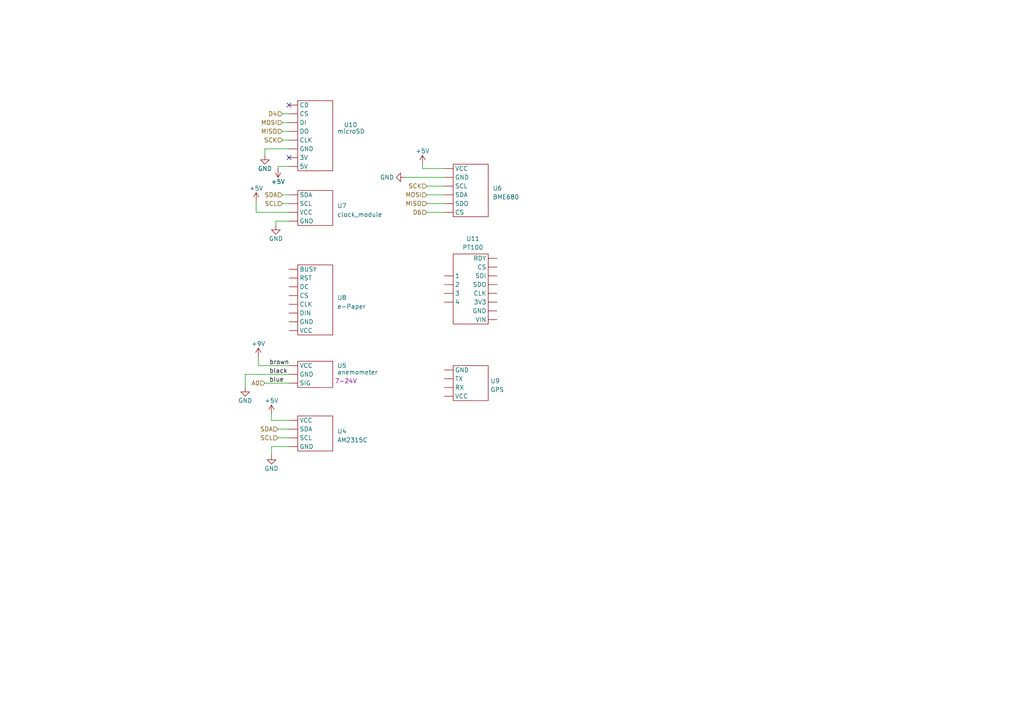
<source format=kicad_sch>
(kicad_sch (version 20230121) (generator eeschema)
  (paper "A4")
  (lib_symbols
    (symbol "custom_components:AM2315" (pin_numbers hide)
      (property "Reference" "U" (at 0 8.89 0))
      (property "Value" "AM2315" (at 1.27 6.35 0))
      (symbol "AM2315_0_1"
        (rectangle (start -5.08 5.08) (end 5.08 -5.08))
      )
      (symbol "AM2315_1_1"
        (pin power_in line (at -7.62 3.81 0) (length 2.54) (name "VCC") (number "1"))
        (pin input line (at -7.62 1.27 0) (length 2.54) (name "SDA") (number "2"))
        (pin input line (at -7.62 -1.27 0) (length 2.54) (name "SCL") (number "3"))
        (pin power_in line (at -7.62 -3.81 0) (length 2.54) (name "GND") (number "4"))
      )
    )
    (symbol "custom_components:BME680" (pin_numbers hide)
      (property "Reference" "U" (at 0 12.7 0))
      (property "Value" "BME680" (at 0 10.16 0))
      (symbol "BME680_0_1"
        (rectangle (start -5.08 8.89) (end 5.08 -6.35))
      )
      (symbol "BME680_1_1"
        (pin input line (at -7.62 7.62 0) (length 2.54) (name "VCC") (number "1"))
        (pin input line (at -7.62 5.08 0) (length 2.54) (name "GND") (number "2"))
        (pin input line (at -7.62 2.54 0) (length 2.54) (name "SCL") (number "3"))
        (pin input line (at -7.62 0 0) (length 2.54) (name "SDA") (number "4"))
        (pin input line (at -7.62 -2.54 0) (length 2.54) (name "SDO") (number "5"))
        (pin input line (at -7.62 -5.08 0) (length 2.54) (name "CS") (number "6"))
      )
    )
    (symbol "custom_components:GPS" (pin_numbers hide)
      (property "Reference" "U" (at 0 8.89 0))
      (property "Value" "GPS" (at 0 6.35 0))
      (symbol "GPS_0_1"
        (rectangle (start -5.08 5.08) (end 5.08 -5.08))
      )
      (symbol "GPS_1_1"
        (pin input line (at -7.62 3.81 0) (length 2.54) (name "GND") (number "1"))
        (pin input line (at -7.62 1.27 0) (length 2.54) (name "TX") (number "2"))
        (pin input line (at -7.62 -1.27 0) (length 2.54) (name "RX") (number "3"))
        (pin input line (at -7.62 -3.81 0) (length 2.54) (name "VCC") (number "4"))
      )
    )
    (symbol "custom_components:PT100" (pin_numbers hide)
      (property "Reference" "U" (at 0 11.43 0))
      (property "Value" "PT100" (at 0 8.89 0))
      (symbol "PT100_0_1"
        (rectangle (start -6.35 1.27) (end -6.35 1.27))
        (rectangle (start -5.08 7.62) (end 5.08 -12.7))
      )
      (symbol "PT100_1_1"
        (pin input line (at -7.62 1.27 0) (length 2.54) (name "1") (number "1"))
        (pin input line (at 7.62 -6.35 180) (length 2.54) (name "3V3") (number "10"))
        (pin input line (at 7.62 -8.89 180) (length 2.54) (name "GND") (number "11"))
        (pin input line (at 7.62 -11.43 180) (length 2.54) (name "VIN") (number "12"))
        (pin input line (at -7.62 -1.27 0) (length 2.54) (name "2") (number "2"))
        (pin input line (at -7.62 -3.81 0) (length 2.54) (name "3") (number "3"))
        (pin input line (at -7.62 -6.35 0) (length 2.54) (name "4") (number "4"))
        (pin input line (at 7.62 6.35 180) (length 2.54) (name "RDY") (number "5"))
        (pin input line (at 7.62 3.81 180) (length 2.54) (name "CS") (number "6"))
        (pin input line (at 7.62 1.27 180) (length 2.54) (name "SDI") (number "7"))
        (pin input line (at 7.62 -1.27 180) (length 2.54) (name "SDO") (number "8"))
        (pin input line (at 7.62 -3.81 180) (length 2.54) (name "CLK") (number "9"))
      )
    )
    (symbol "custom_components:anemometer" (pin_numbers hide)
      (property "Reference" "U" (at 0 7.62 0))
      (property "Value" "anemometer" (at 0 5.08 0))
      (symbol "anemometer_0_1"
        (rectangle (start -5.08 3.81) (end 5.08 -3.81))
      )
      (symbol "anemometer_1_1"
        (pin input line (at -7.62 2.54 0) (length 2.54) (name "VCC") (number "1"))
        (pin input line (at -7.62 0 0) (length 2.54) (name "GND") (number "2"))
        (pin output line (at -7.62 -2.54 0) (length 2.54) (name "SIG") (number "3"))
      )
    )
    (symbol "custom_components:clock_module" (pin_numbers hide)
      (property "Reference" "U" (at 0 8.89 0))
      (property "Value" "clock_module" (at 0 6.35 0))
      (symbol "clock_module_0_1"
        (rectangle (start -5.08 5.08) (end 5.08 -5.08))
      )
      (symbol "clock_module_1_1"
        (pin bidirectional line (at -7.62 3.81 0) (length 2.54) (name "SDA") (number "1"))
        (pin input line (at -7.62 1.27 0) (length 2.54) (name "SCL") (number "2"))
        (pin input line (at -7.62 -1.27 0) (length 2.54) (name "VCC") (number "3"))
        (pin input line (at -7.62 -3.81 0) (length 2.54) (name "GND") (number "4"))
      )
    )
    (symbol "custom_components:e-Paper" (pin_numbers hide)
      (property "Reference" "U" (at 0 13.97 0))
      (property "Value" "e-Paper" (at 0 11.43 0))
      (symbol "e-Paper_1_1"
        (rectangle (start -5.08 10.16) (end 5.08 -10.16))
        (pin input line (at -7.62 8.89 0) (length 2.54) (name "BUSY") (number "1"))
        (pin input line (at -7.62 6.35 0) (length 2.54) (name "RST") (number "2"))
        (pin input line (at -7.62 3.81 0) (length 2.54) (name "DC") (number "3"))
        (pin input line (at -7.62 1.27 0) (length 2.54) (name "CS") (number "4"))
        (pin input line (at -7.62 -1.27 0) (length 2.54) (name "CLK") (number "5"))
        (pin input line (at -7.62 -3.81 0) (length 2.54) (name "DIN") (number "6"))
        (pin input line (at -7.62 -6.35 0) (length 2.54) (name "GND") (number "7"))
        (pin input line (at -7.62 -8.89 0) (length 2.54) (name "VCC") (number "8"))
      )
    )
    (symbol "custom_components:microSD" (pin_numbers hide)
      (property "Reference" "U" (at 0 12.7 0))
      (property "Value" "microSD" (at 0 11.43 0))
      (symbol "microSD_0_1"
        (rectangle (start -5.08 10.16) (end 5.08 -10.16))
      )
      (symbol "microSD_1_1"
        (pin input line (at -7.62 8.89 0) (length 2.54) (name "CD") (number "1"))
        (pin input line (at -7.62 6.35 0) (length 2.54) (name "CS") (number "2"))
        (pin input line (at -7.62 3.81 0) (length 2.54) (name "DI") (number "3"))
        (pin output line (at -7.62 1.27 0) (length 2.54) (name "DO") (number "4"))
        (pin input line (at -7.62 -1.27 0) (length 2.54) (name "CLK") (number "5"))
        (pin input line (at -7.62 -3.81 0) (length 2.54) (name "GND") (number "6"))
        (pin input line (at -7.62 -6.35 0) (length 2.54) (name "3V") (number "7"))
        (pin input line (at -7.62 -8.89 0) (length 2.54) (name "5V") (number "8"))
      )
    )
    (symbol "power:+5V" (power) (pin_names (offset 0))
      (property "Value" "+5V" (at 0 3.556 0))
      (symbol "+5V_0_1"
        (polyline (pts (xy -0.762 1.27) (xy 0 2.54)))
        (polyline (pts (xy 0 0) (xy 0 2.54)))
        (polyline (pts (xy 0 2.54) (xy 0.762 1.27)))
      )
      (symbol "+5V_1_1"
        (pin power_in line (at 0 0 90) (length 0) hide (name "+5V") (number "1"))
      )
    )
    (symbol "power:+9V" (power) (pin_names (offset 0))
      (property "Value" "+9V" (at 0 3.556 0))
      (symbol "+9V_0_1"
        (polyline (pts (xy -0.762 1.27) (xy 0 2.54)))
        (polyline (pts (xy 0 0) (xy 0 2.54)))
        (polyline (pts (xy 0 2.54) (xy 0.762 1.27)))
      )
      (symbol "+9V_1_1"
        (pin power_in line (at 0 0 90) (length 0) hide (name "+9V") (number "1"))
      )
    )
    (symbol "power:GND" (power) (pin_names (offset 0))
      (property "Value" "GND" (at 0 -3.81 0))
      (symbol "GND_0_1"
        (polyline (pts (xy 0 0) (xy 0 -1.27) (xy 1.27 -1.27) (xy 0 -2.54) (xy -1.27 -1.27) (xy 0 -1.27)))
      )
      (symbol "GND_1_1"
        (pin power_in line (at 0 0 270) (length 0) hide (name "GND") (number "1"))
      )
    )
  )
  (no_connect (at 83.82 30.48))
  (no_connect (at 83.82 45.72))
  (wire (pts (xy 122.555 48.895) (xy 128.905 48.895)))
  (wire (pts (xy 76.835 43.18) (xy 76.835 45.085)))
  (wire (pts (xy 83.82 48.26) (xy 80.645 48.26)))
  (wire (pts (xy 80.645 124.46) (xy 83.82 124.46)))
  (wire (pts (xy 123.825 56.515) (xy 128.905 56.515)))
  (wire (pts (xy 81.915 35.56) (xy 83.82 35.56)))
  (wire (pts (xy 123.825 59.055) (xy 128.905 59.055)))
  (wire (pts (xy 74.93 103.505) (xy 74.93 106.045)))
  (wire (pts (xy 74.93 106.045) (xy 83.82 106.045)))
  (wire (pts (xy 123.825 53.975) (xy 128.905 53.975)))
  (wire (pts (xy 83.82 61.595) (xy 74.295 61.595)))
  (wire (pts (xy 83.82 43.18) (xy 76.835 43.18)))
  (wire (pts (xy 71.12 108.585) (xy 71.12 112.395)))
  (wire (pts (xy 80.645 127) (xy 83.82 127)))
  (wire (pts (xy 81.915 33.02) (xy 83.82 33.02)))
  (wire (pts (xy 81.915 59.055) (xy 83.82 59.055)))
  (wire (pts (xy 117.475 51.435) (xy 128.905 51.435)))
  (wire (pts (xy 81.915 56.515) (xy 83.82 56.515)))
  (wire (pts (xy 83.82 121.92) (xy 78.74 121.92)))
  (wire (pts (xy 83.82 129.54) (xy 78.74 129.54)))
  (wire (pts (xy 122.555 47.625) (xy 122.555 48.895)))
  (wire (pts (xy 80.01 64.135) (xy 80.01 65.405)))
  (wire (pts (xy 78.74 129.54) (xy 78.74 132.08)))
  (wire (pts (xy 78.74 121.92) (xy 78.74 120.015)))
  (wire (pts (xy 76.835 111.125) (xy 83.82 111.125)))
  (wire (pts (xy 81.915 40.64) (xy 83.82 40.64)))
  (wire (pts (xy 81.915 38.1) (xy 83.82 38.1)))
  (wire (pts (xy 74.295 61.595) (xy 74.295 58.42)))
  (wire (pts (xy 123.825 61.595) (xy 128.905 61.595)))
  (wire (pts (xy 83.82 64.135) (xy 80.01 64.135)))
  (wire (pts (xy 83.82 108.585) (xy 71.12 108.585)))
  (wire (pts (xy 80.645 48.26) (xy 80.645 48.895)))
  (label "brown" (at 78.105 106.045 0))
  (label "blue" (at 78.105 111.125 0))
  (label "black" (at 78.105 108.585 0))
  (hierarchical_label "SDA" (shape input) (at 81.915 56.515 180))
  (hierarchical_label "D4" (shape input) (at 81.915 33.02 180))
  (hierarchical_label "D6" (shape input) (at 123.825 61.595 180))
  (hierarchical_label "SCL" (shape input) (at 81.915 59.055 180))
  (hierarchical_label "MISO" (shape input) (at 123.825 59.055 180))
  (hierarchical_label "A0" (shape input) (at 76.835 111.125 180))
  (hierarchical_label "SCK" (shape input) (at 123.825 53.975 180))
  (hierarchical_label "SCK" (shape input) (at 81.915 40.64 180))
  (hierarchical_label "SDA" (shape input) (at 80.645 124.46 180))
  (hierarchical_label "MISO" (shape input) (at 81.915 38.1 180))
  (hierarchical_label "SCL" (shape input) (at 80.645 127 180))
  (hierarchical_label "MOSI" (shape input) (at 123.825 56.515 180))
  (hierarchical_label "MOSI" (shape input) (at 81.915 35.56 180))
  (symbol (lib_id "custom_components:microSD") (at 91.44 39.37 0) (unit 1)
    (property "Reference" "U10" (at 99.695 36.195 0) (effects (justify left)))
    (property "Value" "microSD" (at 97.79 38.1 0) (effects (justify left)))
  )
  (symbol (lib_id "power:GND") (at 76.835 45.085 0) (unit 1)
    (property "Reference" "#PWR018" (effects hide))
    (property "Value" "GND" (at 76.835 48.895 0))
  )
  (symbol (lib_id "power:GND") (at 71.12 112.395 0) (unit 1)
    (property "Reference" "#PWR012" (effects hide))
    (property "Value" "GND" (at 71.12 116.205 0))
  )
  (symbol (lib_id "power:+5V") (at 74.295 58.42 0) (unit 1)
    (property "Reference" "#PWR09" (effects hide))
    (property "Value" "+5V" (at 74.295 54.61 0))
  )
  (symbol (lib_id "power:+5V") (at 80.645 48.895 180) (unit 1)
    (property "Reference" "#PWR019" (effects hide))
    (property "Value" "+5V" (at 80.645 52.705 0))
  )
  (symbol (lib_id "custom_components:GPS") (at 136.525 111.125 0) (unit 1)
    (property "Reference" "U9" (at 142.24 110.49 0) (effects (justify left)))
    (property "Value" "GPS" (at 142.24 113.03 0) (effects (justify left)))
  )
  (symbol (lib_id "custom_components:anemometer") (at 91.44 108.585 0) (unit 1)
    (property "Reference" "U5" (at 97.79 106.045 0) (effects (justify left)))
    (property "Value" "anemometer" (at 97.79 107.95 0) (effects (justify left)))
    (property "Field4" "7-24V" (at 100.33 110.49 0))
  )
  (symbol (lib_id "custom_components:e-Paper") (at 91.44 86.995 0) (unit 1)
    (property "Reference" "U8" (at 97.79 86.36 0) (effects (justify left)))
    (property "Value" "e-Paper" (at 97.79 88.9 0) (effects (justify left)))
  )
  (symbol (lib_id "custom_components:clock_module") (at 91.44 60.325 0) (unit 1)
    (property "Reference" "U7" (at 97.79 59.69 0) (effects (justify left)))
    (property "Value" "clock_module" (at 97.79 62.23 0) (effects (justify left)))
  )
  (symbol (lib_id "custom_components:AM2315") (at 91.44 125.73 0) (unit 1)
    (property "Reference" "U4" (at 97.79 125.095 0) (effects (justify left)))
    (property "Value" "AM2315C" (at 97.79 127.635 0) (effects (justify left)))
  )
  (symbol (lib_id "power:GND") (at 78.74 132.08 0) (unit 1)
    (property "Reference" "#PWR015" (effects hide))
    (property "Value" "GND" (at 78.74 135.89 0))
  )
  (symbol (lib_id "power:+5V") (at 122.555 47.625 0) (unit 1)
    (property "Reference" "#PWR016" (effects hide))
    (property "Value" "+5V" (at 122.555 43.815 0))
  )
  (symbol (lib_id "custom_components:BME680") (at 136.525 56.515 0) (unit 1)
    (property "Reference" "U6" (at 142.875 54.61 0) (effects (justify left)))
    (property "Value" "BME680" (at 142.875 57.15 0) (effects (justify left)))
  )
  (symbol (lib_id "power:+9V") (at 74.93 103.505 0) (unit 1)
    (property "Reference" "#PWR013" (effects hide))
    (property "Value" "+9V" (at 74.93 99.695 0))
  )
  (symbol (lib_id "power:GND") (at 80.01 65.405 0) (unit 1)
    (property "Reference" "#PWR08" (effects hide))
    (property "Value" "GND" (at 80.01 69.215 0))
  )
  (symbol (lib_id "power:GND") (at 117.475 51.435 270) (unit 1)
    (property "Reference" "#PWR017" (effects hide))
    (property "Value" "GND" (at 114.3 51.435 90) (effects (justify right)))
  )
  (symbol (lib_id "custom_components:PT100") (at 136.525 81.28 0) (unit 1)
    (property "Reference" "U11" (at 137.16 69.215 0))
    (property "Value" "PT100" (at 137.16 71.755 0))
  )
  (symbol (lib_id "power:+5V") (at 78.74 120.015 0) (unit 1)
    (property "Reference" "#PWR014" (effects hide))
    (property "Value" "+5V" (at 78.74 116.205 0))
  )
)
</source>
